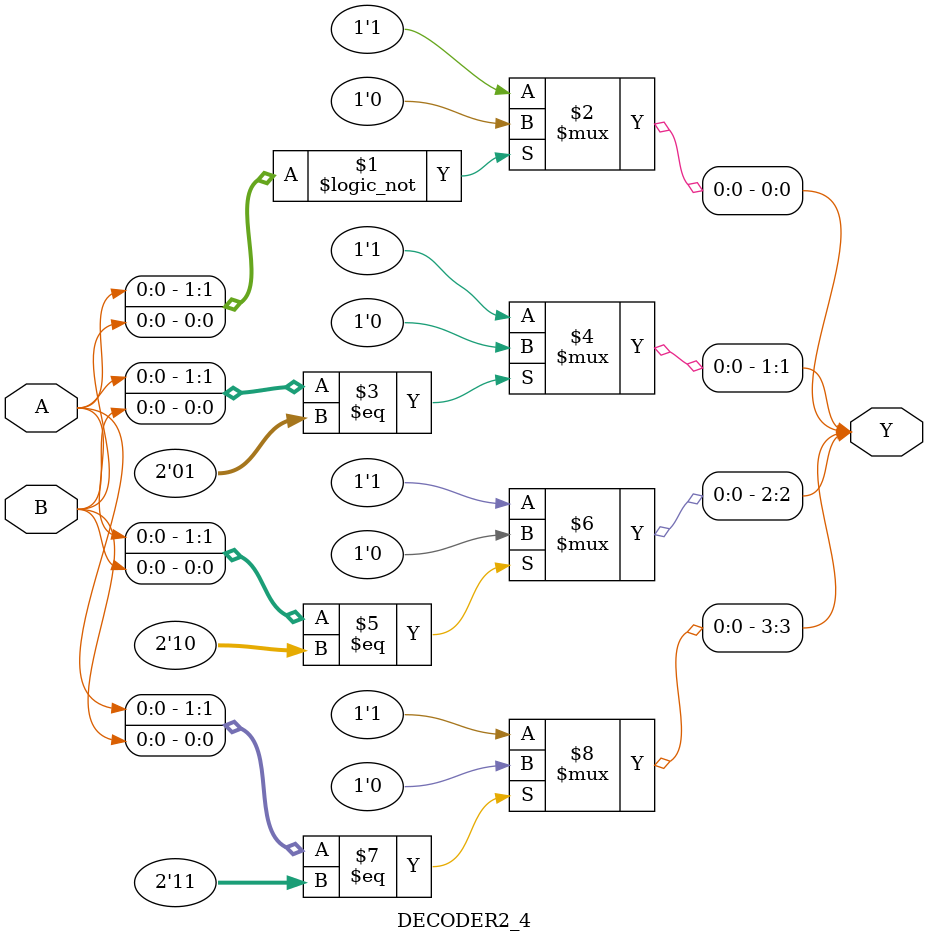
<source format=v>
module DECODER2_4(A, B, Y);
    input A, B;
    output [3: 0] Y;

    assign Y[0] = ({A, B} == 3'b00) ? 1'b0 : 1'b1;
    assign Y[1] = ({A, B} == 3'b01) ? 1'b0 : 1'b1;
    assign Y[2] = ({A, B} == 3'b10) ? 1'b0 : 1'b1;
    assign Y[3] = ({A, B} == 3'b11) ? 1'b0 : 1'b1;
endmodule
</source>
